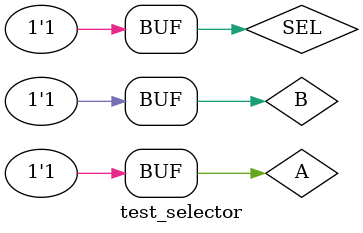
<source format=v>
`timescale 1ns / 1ps

module test_selector();

wire Q;
reg A;
reg B;
reg SEL;
selector CUT (A, B, SEL, Q);

initial begin
    A=0; B=0; SEL=0; #100;
    A=0; B=0; SEL=1; #100;
    A=0; B=1; SEL=0; #100;
    A=0; B=1; SEL=1; #100;
    A=1; B=0; SEL=0; #100;
    A=1; B=0; SEL=1; #100;
    A=1; B=1; SEL=0; #100;
    A=1; B=1; SEL=1; #100;
end 
    
endmodule 
</source>
